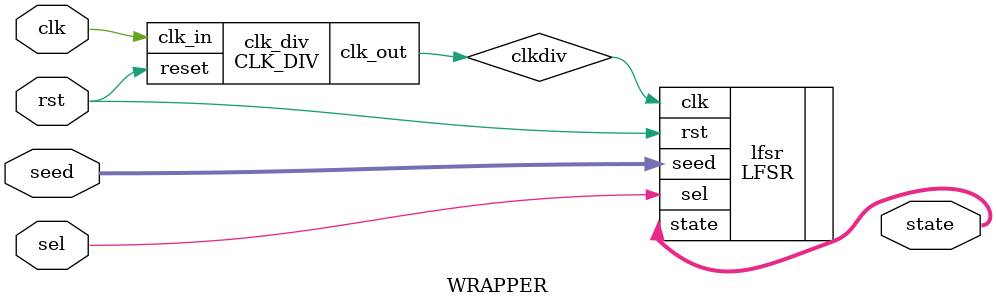
<source format=v>
`timescale 1ns / 1ps

module CLK_DIV(clk_in, reset, clk_out);
    input wire clk_in;       
    input wire reset;       
    output reg clk_out;
       
    parameter DIVISOR = 2**28;
    reg [27:0] counter;

    always @(posedge clk_in or posedge reset) begin
        if (reset) begin
            counter <= 0;
            clk_out <= 0;
        end else begin
            if (counter >= (DIVISOR / 2 - 1)) begin
                clk_out <= ~clk_out;
                counter <= 0;
            end else begin
                counter <= counter + 1;
            end
        end
    end
endmodule


module WRAPPER(seed, rst, sel, clk, state);
    input [3:0] seed;
    input wire rst,sel,clk;
    output [3:0] state;
    wire clkdiv;

    CLK_DIV clk_div(.clk_in(clk), .reset(rst), .clk_out(clkdiv));
    LFSR lfsr(.seed(seed), .rst(rst), .sel(sel), .clk(clkdiv), .state(state));
endmodule

</source>
